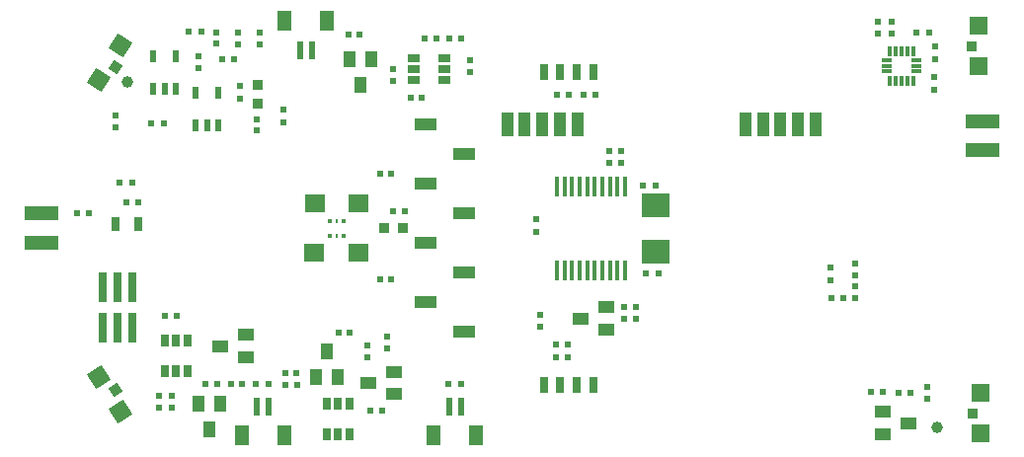
<source format=gtp>
G04*
G04 #@! TF.GenerationSoftware,Altium Limited,Altium Designer,18.0.9 (584)*
G04*
G04 Layer_Color=8421504*
%FSLAX44Y44*%
%MOMM*%
G71*
G01*
G75*
%ADD20R,1.0190X2.0000*%
%ADD21R,2.4000X2.0000*%
%ADD22R,0.9000X0.9000*%
%ADD23R,0.6000X0.6000*%
%ADD24R,0.6000X0.6000*%
%ADD25R,0.9000X0.9000*%
%ADD26P,2.1213X4X282.3*%
%ADD27P,1.2728X4X282.3*%
%ADD28P,1.2728X4X347.7*%
%ADD29P,2.1213X4X347.7*%
%ADD30R,3.0000X1.2000*%
%ADD31R,1.7500X1.5000*%
%ADD32R,1.5000X1.5000*%
%ADD33R,0.4000X0.4000*%
%ADD34R,0.2000X0.4000*%
%ADD35R,0.7000X2.5500*%
%ADD36R,1.9101X1.0000*%
%ADD37R,1.4000X1.0000*%
%ADD38R,0.5000X0.6000*%
%ADD39R,0.7000X1.3000*%
%ADD40R,0.6000X0.5000*%
%ADD41R,0.6000X1.1000*%
%ADD42R,0.3050X0.8130*%
%ADD43R,0.8130X0.3050*%
%ADD44R,0.7000X1.0000*%
%ADD45R,1.0000X0.7000*%
%ADD46R,0.4500X1.7500*%
%ADD47R,0.8000X1.4000*%
%ADD48C,1.0000*%
%ADD49R,1.0000X1.4000*%
%ADD50R,0.6000X1.5500*%
%ADD51R,1.2000X1.8000*%
D20*
X420559Y278892D02*
D03*
X435559D02*
D03*
X450559D02*
D03*
X465559D02*
D03*
X480559D02*
D03*
X684761Y279500D02*
D03*
X669761D02*
D03*
X654761D02*
D03*
X639761D02*
D03*
X624761D02*
D03*
D21*
X547398Y169648D02*
D03*
Y209648D02*
D03*
D22*
X314643Y189992D02*
D03*
X330643D02*
D03*
D23*
X550672Y151384D02*
D03*
X539672D02*
D03*
X536702Y227076D02*
D03*
X547702D02*
D03*
X87802Y229304D02*
D03*
X98802D02*
D03*
X782001Y358394D02*
D03*
X771001D02*
D03*
X370190Y56200D02*
D03*
X381190D02*
D03*
X205050Y56550D02*
D03*
X216050D02*
D03*
X114800Y279800D02*
D03*
X125800D02*
D03*
X158000Y358750D02*
D03*
X147000D02*
D03*
D24*
X787602Y346482D02*
D03*
Y335482D02*
D03*
X190935Y312250D02*
D03*
Y301250D02*
D03*
X786840Y309066D02*
D03*
Y320066D02*
D03*
X228800Y291550D02*
D03*
Y280550D02*
D03*
X445464Y197638D02*
D03*
Y186638D02*
D03*
X697550Y156550D02*
D03*
Y145550D02*
D03*
D25*
X206935Y296750D02*
D03*
Y312750D02*
D03*
X819750Y31470D02*
D03*
X818500Y346430D02*
D03*
D26*
X88928Y346550D02*
D03*
X70041Y317084D02*
D03*
D27*
X84957Y328309D02*
D03*
D28*
X84976Y51252D02*
D03*
D29*
X88948Y33011D02*
D03*
X70060Y62477D02*
D03*
D30*
X828050Y282050D02*
D03*
Y257050D02*
D03*
X21520Y177690D02*
D03*
Y202690D02*
D03*
D31*
X255448Y211272D02*
D03*
X292948D02*
D03*
X255198Y168772D02*
D03*
X292698D02*
D03*
D32*
X826250Y13970D02*
D03*
Y48970D02*
D03*
X825000Y363930D02*
D03*
Y328930D02*
D03*
D33*
X280066Y196388D02*
D03*
X268066D02*
D03*
Y183388D02*
D03*
X280066D02*
D03*
D34*
X274066Y196388D02*
D03*
Y183388D02*
D03*
D35*
X73998Y139462D02*
D03*
X86698D02*
D03*
X99398D02*
D03*
X73998Y104962D02*
D03*
X86698D02*
D03*
X99398D02*
D03*
D36*
X383798Y101152D02*
D03*
X350898Y126552D02*
D03*
X383798Y151952D02*
D03*
X350898Y177352D02*
D03*
X383798Y202752D02*
D03*
X350898Y228152D02*
D03*
X383798Y253552D02*
D03*
X350898Y278952D02*
D03*
D37*
X742286Y13614D02*
D03*
Y32614D02*
D03*
X764286Y23114D02*
D03*
X505800Y122300D02*
D03*
Y103300D02*
D03*
X483800Y112800D02*
D03*
X323800Y67050D02*
D03*
Y48050D02*
D03*
X301800Y57550D02*
D03*
X196550Y98550D02*
D03*
Y79550D02*
D03*
X174550Y89050D02*
D03*
D38*
X332769Y204470D02*
D03*
X322769D02*
D03*
X93896Y212032D02*
D03*
X103896D02*
D03*
X321250Y237000D02*
D03*
X311250D02*
D03*
X321250Y146250D02*
D03*
X311250D02*
D03*
X61685Y202750D02*
D03*
X51685D02*
D03*
X766098Y49090D02*
D03*
X756098D02*
D03*
X732250Y49750D02*
D03*
X742250D02*
D03*
X186376Y335094D02*
D03*
X176376D02*
D03*
X472685Y79250D02*
D03*
X462685D02*
D03*
X472685Y90750D02*
D03*
X462685D02*
D03*
X530948Y112022D02*
D03*
X520948D02*
D03*
X530948Y122272D02*
D03*
X520948D02*
D03*
X473137Y305054D02*
D03*
X463137D02*
D03*
X496050Y305050D02*
D03*
X486050D02*
D03*
X127100Y114876D02*
D03*
X137100D02*
D03*
X303211Y34036D02*
D03*
X313211D02*
D03*
X275664Y100858D02*
D03*
X285664D02*
D03*
X230050Y56050D02*
D03*
X240050D02*
D03*
X229935Y66250D02*
D03*
X239935D02*
D03*
X171935Y56500D02*
D03*
X161935D02*
D03*
X183435D02*
D03*
X193435D02*
D03*
X294174Y355880D02*
D03*
X284174D02*
D03*
X708702Y130074D02*
D03*
X698702D02*
D03*
X359612Y352578D02*
D03*
X349612D02*
D03*
X347550Y302050D02*
D03*
X337550D02*
D03*
X371000Y352500D02*
D03*
X381000D02*
D03*
D39*
X103800Y193550D02*
D03*
X84800D02*
D03*
D40*
X780482Y44170D02*
D03*
Y54170D02*
D03*
X518414Y246380D02*
D03*
Y256380D02*
D03*
X507746Y246286D02*
D03*
Y256286D02*
D03*
X170877Y358394D02*
D03*
Y348394D02*
D03*
X750010Y357056D02*
D03*
Y367056D02*
D03*
X738313Y357124D02*
D03*
Y367124D02*
D03*
X205550Y273800D02*
D03*
Y283800D02*
D03*
X189673Y358140D02*
D03*
Y348140D02*
D03*
X448435Y105500D02*
D03*
Y115500D02*
D03*
X317300Y86800D02*
D03*
Y96800D02*
D03*
X121685Y36000D02*
D03*
Y46000D02*
D03*
X133185D02*
D03*
Y36000D02*
D03*
X300935Y89500D02*
D03*
Y79500D02*
D03*
X155891Y337660D02*
D03*
Y327660D02*
D03*
X84300Y287050D02*
D03*
Y277050D02*
D03*
X322769Y316644D02*
D03*
Y326644D02*
D03*
X208215Y358140D02*
D03*
Y348140D02*
D03*
X718734Y159626D02*
D03*
Y149626D02*
D03*
X718768Y130328D02*
D03*
Y140328D02*
D03*
X388301Y334010D02*
D03*
Y324010D02*
D03*
D41*
X153550Y278050D02*
D03*
X163050D02*
D03*
X172550D02*
D03*
Y306050D02*
D03*
X153550D02*
D03*
X117186Y309694D02*
D03*
X126686D02*
D03*
X136186D02*
D03*
Y337694D02*
D03*
X117186D02*
D03*
D42*
X758798Y342302D02*
D03*
X753798D02*
D03*
X748798D02*
D03*
X763798D02*
D03*
X768798D02*
D03*
X758798Y316802D02*
D03*
X763798D02*
D03*
X768798D02*
D03*
X753798D02*
D03*
X748798D02*
D03*
D43*
X771548Y329552D02*
D03*
Y334552D02*
D03*
Y324552D02*
D03*
X746048D02*
D03*
Y334552D02*
D03*
Y329552D02*
D03*
D44*
X146092Y93540D02*
D03*
X136592D02*
D03*
X127092D02*
D03*
X136592Y67540D02*
D03*
X127092D02*
D03*
X146092D02*
D03*
X284902Y13390D02*
D03*
X265902D02*
D03*
X275402D02*
D03*
X265902Y39390D02*
D03*
X275402D02*
D03*
X284902D02*
D03*
D45*
X340554Y336212D02*
D03*
Y326712D02*
D03*
Y317212D02*
D03*
X366554Y326712D02*
D03*
Y317212D02*
D03*
Y336212D02*
D03*
D46*
X463052Y226128D02*
D03*
X469552D02*
D03*
X476052D02*
D03*
X482552D02*
D03*
X489052D02*
D03*
X495552D02*
D03*
X521552D02*
D03*
X515052D02*
D03*
X508552D02*
D03*
X502052D02*
D03*
Y154128D02*
D03*
X508552D02*
D03*
X515052D02*
D03*
X521552D02*
D03*
X495552D02*
D03*
X489052D02*
D03*
X482552D02*
D03*
X476052D02*
D03*
X469552D02*
D03*
X463052D02*
D03*
D47*
X494050Y56050D02*
D03*
X480050D02*
D03*
X466050D02*
D03*
X452050D02*
D03*
X494050Y324050D02*
D03*
X480050D02*
D03*
X466050D02*
D03*
X452050D02*
D03*
D48*
X789198Y19522D02*
D03*
X94690Y315240D02*
D03*
D49*
X275352Y62348D02*
D03*
X256352D02*
D03*
X265852Y84348D02*
D03*
X155750Y40000D02*
D03*
X174750D02*
D03*
X165250Y18000D02*
D03*
X284986Y335306D02*
D03*
X303986D02*
D03*
X294486Y313306D02*
D03*
D50*
X370640Y37510D02*
D03*
X380640D02*
D03*
X206050D02*
D03*
X216050D02*
D03*
X252800Y342800D02*
D03*
X242800D02*
D03*
D51*
X357640Y12260D02*
D03*
X393640D02*
D03*
X193050D02*
D03*
X229050D02*
D03*
X265800Y368050D02*
D03*
X229800D02*
D03*
M02*

</source>
